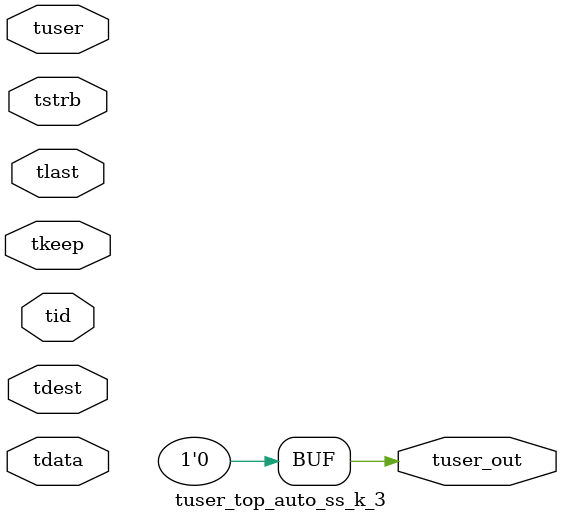
<source format=v>


`timescale 1ps/1ps

module tuser_top_auto_ss_k_3 #
(
parameter C_S_AXIS_TUSER_WIDTH = 1,
parameter C_S_AXIS_TDATA_WIDTH = 32,
parameter C_S_AXIS_TID_WIDTH   = 0,
parameter C_S_AXIS_TDEST_WIDTH = 0,
parameter C_M_AXIS_TUSER_WIDTH = 1
)
(
input  [(C_S_AXIS_TUSER_WIDTH == 0 ? 1 : C_S_AXIS_TUSER_WIDTH)-1:0     ] tuser,
input  [(C_S_AXIS_TDATA_WIDTH == 0 ? 1 : C_S_AXIS_TDATA_WIDTH)-1:0     ] tdata,
input  [(C_S_AXIS_TID_WIDTH   == 0 ? 1 : C_S_AXIS_TID_WIDTH)-1:0       ] tid,
input  [(C_S_AXIS_TDEST_WIDTH == 0 ? 1 : C_S_AXIS_TDEST_WIDTH)-1:0     ] tdest,
input  [(C_S_AXIS_TDATA_WIDTH/8)-1:0 ] tkeep,
input  [(C_S_AXIS_TDATA_WIDTH/8)-1:0 ] tstrb,
input                                                                    tlast,
output [C_M_AXIS_TUSER_WIDTH-1:0] tuser_out
);

assign tuser_out = {1'b0};

endmodule


</source>
